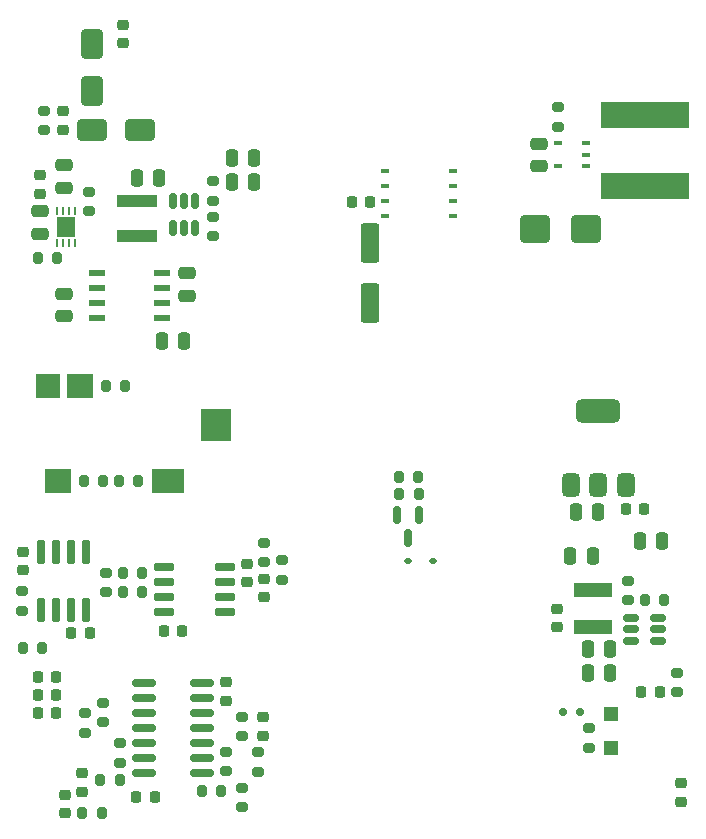
<source format=gbr>
%TF.GenerationSoftware,KiCad,Pcbnew,8.0.5*%
%TF.CreationDate,2025-03-29T03:18:47+03:00*%
%TF.ProjectId,PCB_FINAL_UPDATED,5043425f-4649-44e4-914c-5f5550444154,rev?*%
%TF.SameCoordinates,Original*%
%TF.FileFunction,Paste,Top*%
%TF.FilePolarity,Positive*%
%FSLAX46Y46*%
G04 Gerber Fmt 4.6, Leading zero omitted, Abs format (unit mm)*
G04 Created by KiCad (PCBNEW 8.0.5) date 2025-03-29 03:18:47*
%MOMM*%
%LPD*%
G01*
G04 APERTURE LIST*
G04 Aperture macros list*
%AMRoundRect*
0 Rectangle with rounded corners*
0 $1 Rounding radius*
0 $2 $3 $4 $5 $6 $7 $8 $9 X,Y pos of 4 corners*
0 Add a 4 corners polygon primitive as box body*
4,1,4,$2,$3,$4,$5,$6,$7,$8,$9,$2,$3,0*
0 Add four circle primitives for the rounded corners*
1,1,$1+$1,$2,$3*
1,1,$1+$1,$4,$5*
1,1,$1+$1,$6,$7*
1,1,$1+$1,$8,$9*
0 Add four rect primitives between the rounded corners*
20,1,$1+$1,$2,$3,$4,$5,0*
20,1,$1+$1,$4,$5,$6,$7,0*
20,1,$1+$1,$6,$7,$8,$9,0*
20,1,$1+$1,$8,$9,$2,$3,0*%
G04 Aperture macros list end*
%ADD10RoundRect,0.250000X-0.250000X-0.475000X0.250000X-0.475000X0.250000X0.475000X-0.250000X0.475000X0*%
%ADD11RoundRect,0.200000X0.275000X-0.200000X0.275000X0.200000X-0.275000X0.200000X-0.275000X-0.200000X0*%
%ADD12RoundRect,0.218750X-0.256250X0.218750X-0.256250X-0.218750X0.256250X-0.218750X0.256250X0.218750X0*%
%ADD13RoundRect,0.225000X0.225000X0.250000X-0.225000X0.250000X-0.225000X-0.250000X0.225000X-0.250000X0*%
%ADD14R,7.500000X2.200000*%
%ADD15R,3.300000X1.200000*%
%ADD16RoundRect,0.150000X-0.725000X-0.150000X0.725000X-0.150000X0.725000X0.150000X-0.725000X0.150000X0*%
%ADD17RoundRect,0.200000X0.200000X0.275000X-0.200000X0.275000X-0.200000X-0.275000X0.200000X-0.275000X0*%
%ADD18RoundRect,0.200000X-0.200000X-0.275000X0.200000X-0.275000X0.200000X0.275000X-0.200000X0.275000X0*%
%ADD19RoundRect,0.225000X0.250000X-0.225000X0.250000X0.225000X-0.250000X0.225000X-0.250000X-0.225000X0*%
%ADD20RoundRect,0.250000X0.475000X-0.250000X0.475000X0.250000X-0.475000X0.250000X-0.475000X-0.250000X0*%
%ADD21RoundRect,0.225000X-0.225000X-0.250000X0.225000X-0.250000X0.225000X0.250000X-0.225000X0.250000X0*%
%ADD22RoundRect,0.250000X-0.475000X0.250000X-0.475000X-0.250000X0.475000X-0.250000X0.475000X0.250000X0*%
%ADD23RoundRect,0.250000X0.250000X0.475000X-0.250000X0.475000X-0.250000X-0.475000X0.250000X-0.475000X0*%
%ADD24RoundRect,0.250000X-1.000000X-0.900000X1.000000X-0.900000X1.000000X0.900000X-1.000000X0.900000X0*%
%ADD25R,0.254000X0.711200*%
%ADD26R,1.549400X1.752600*%
%ADD27RoundRect,0.218750X0.256250X-0.218750X0.256250X0.218750X-0.256250X0.218750X-0.256250X-0.218750X0*%
%ADD28RoundRect,0.112500X0.187500X0.112500X-0.187500X0.112500X-0.187500X-0.112500X0.187500X-0.112500X0*%
%ADD29RoundRect,0.200000X-0.275000X0.200000X-0.275000X-0.200000X0.275000X-0.200000X0.275000X0.200000X0*%
%ADD30RoundRect,0.250000X0.650000X-1.000000X0.650000X1.000000X-0.650000X1.000000X-0.650000X-1.000000X0*%
%ADD31RoundRect,0.075000X-0.225000X0.910000X-0.225000X-0.910000X0.225000X-0.910000X0.225000X0.910000X0*%
%ADD32RoundRect,0.150000X-0.150000X-0.200000X0.150000X-0.200000X0.150000X0.200000X-0.150000X0.200000X0*%
%ADD33R,0.749300X0.406400*%
%ADD34RoundRect,0.250000X-0.550000X1.412500X-0.550000X-1.412500X0.550000X-1.412500X0.550000X1.412500X0*%
%ADD35RoundRect,0.110000X-1.590000X0.440000X-1.590000X-0.440000X1.590000X-0.440000X1.590000X0.440000X0*%
%ADD36R,0.711200X0.431800*%
%ADD37RoundRect,0.250000X-1.000000X-0.650000X1.000000X-0.650000X1.000000X0.650000X-1.000000X0.650000X0*%
%ADD38RoundRect,0.150000X-0.150000X0.587500X-0.150000X-0.587500X0.150000X-0.587500X0.150000X0.587500X0*%
%ADD39RoundRect,0.375000X0.375000X-0.625000X0.375000X0.625000X-0.375000X0.625000X-0.375000X-0.625000X0*%
%ADD40RoundRect,0.500000X1.400000X-0.500000X1.400000X0.500000X-1.400000X0.500000X-1.400000X-0.500000X0*%
%ADD41RoundRect,0.150000X0.150000X-0.512500X0.150000X0.512500X-0.150000X0.512500X-0.150000X-0.512500X0*%
%ADD42R,1.460500X0.558800*%
%ADD43RoundRect,0.218750X0.218750X0.256250X-0.218750X0.256250X-0.218750X-0.256250X0.218750X-0.256250X0*%
%ADD44R,2.200000X2.100000*%
%ADD45R,2.700000X2.100000*%
%ADD46R,2.000000X2.100000*%
%ADD47R,2.600000X2.700000*%
%ADD48RoundRect,0.225000X-0.250000X0.225000X-0.250000X-0.225000X0.250000X-0.225000X0.250000X0.225000X0*%
%ADD49RoundRect,0.150000X-0.825000X-0.150000X0.825000X-0.150000X0.825000X0.150000X-0.825000X0.150000X0*%
%ADD50R,1.200000X1.200000*%
%ADD51RoundRect,0.150000X-0.512500X-0.150000X0.512500X-0.150000X0.512500X0.150000X-0.512500X0.150000X0*%
G04 APERTURE END LIST*
D10*
%TO.C,C5*%
X54425000Y-61450000D03*
X56325000Y-61450000D03*
%TD*%
D11*
%TO.C,R28*%
X92141600Y-106677000D03*
X92141600Y-105027000D03*
%TD*%
D12*
%TO.C,F1*%
X45200000Y-50162500D03*
X45200000Y-51737500D03*
%TD*%
D10*
%TO.C,C1*%
X46400000Y-63137500D03*
X48300000Y-63137500D03*
%TD*%
D11*
%TO.C,R20*%
X55250000Y-116425000D03*
X55250000Y-114775000D03*
%TD*%
D12*
%TO.C,D3*%
X40125000Y-57462500D03*
X40125000Y-59037500D03*
%TD*%
D13*
%TO.C,C19*%
X47900000Y-115500000D03*
X46350000Y-115500000D03*
%TD*%
D14*
%TO.C,L3*%
X89441424Y-63769799D03*
X89441424Y-57769799D03*
%TD*%
D15*
%TO.C,L1*%
X84977000Y-101139200D03*
X84977000Y-98039200D03*
%TD*%
D16*
%TO.C,U2*%
X48665000Y-96090000D03*
X48665000Y-97360000D03*
X48665000Y-98630000D03*
X48665000Y-99900000D03*
X53815000Y-99900000D03*
X53815000Y-98630000D03*
X53815000Y-97360000D03*
X53815000Y-96090000D03*
%TD*%
D17*
%TO.C,R32*%
X70243200Y-89916000D03*
X68593200Y-89916000D03*
%TD*%
D11*
%TO.C,R22*%
X55325000Y-110400000D03*
X55325000Y-108750000D03*
%TD*%
D18*
%TO.C,R11*%
X41875000Y-88800000D03*
X43525000Y-88800000D03*
%TD*%
D11*
%TO.C,R25*%
X44925000Y-112625000D03*
X44925000Y-110975000D03*
%TD*%
D19*
%TO.C,C26*%
X81956200Y-101140600D03*
X81956200Y-99590600D03*
%TD*%
D20*
%TO.C,C3*%
X40200000Y-63950000D03*
X40200000Y-62050000D03*
%TD*%
D21*
%TO.C,C9*%
X48665000Y-101470000D03*
X50215000Y-101470000D03*
%TD*%
D22*
%TO.C,C34*%
X80449824Y-60223399D03*
X80449824Y-62123399D03*
%TD*%
D23*
%TO.C,C25*%
X86477000Y-103039200D03*
X84577000Y-103039200D03*
%TD*%
D24*
%TO.C,D16*%
X80114424Y-67430399D03*
X84414424Y-67430399D03*
%TD*%
D10*
%TO.C,C28*%
X88981800Y-93863200D03*
X90881800Y-93863200D03*
%TD*%
D11*
%TO.C,R7*%
X58665000Y-97160000D03*
X58665000Y-95510000D03*
%TD*%
D25*
%TO.C,E1*%
X41150002Y-65950000D03*
X40650001Y-65950000D03*
X40150001Y-65950000D03*
X39650000Y-65950000D03*
X39650000Y-68642400D03*
X40150001Y-68642400D03*
X40650001Y-68642400D03*
X41150002Y-68642400D03*
D26*
X40400001Y-67296200D03*
%TD*%
D27*
%TO.C,F3*%
X92482600Y-115937500D03*
X92482600Y-114362500D03*
%TD*%
D28*
%TO.C,D15*%
X71433400Y-95554800D03*
X69333400Y-95554800D03*
%TD*%
D29*
%TO.C,R3*%
X38525000Y-57425000D03*
X38525000Y-59075000D03*
%TD*%
D19*
%TO.C,C7*%
X55690000Y-97370000D03*
X55690000Y-95820000D03*
%TD*%
%TO.C,C20*%
X40300000Y-116900000D03*
X40300000Y-115350000D03*
%TD*%
D29*
%TO.C,R4*%
X42300001Y-64296200D03*
X42300001Y-65946200D03*
%TD*%
D18*
%TO.C,R29*%
X89386200Y-98892400D03*
X91036200Y-98892400D03*
%TD*%
D11*
%TO.C,R30*%
X87976000Y-98879200D03*
X87976000Y-97229200D03*
%TD*%
D30*
%TO.C,D1*%
X42625000Y-55750000D03*
X42625000Y-51750000D03*
%TD*%
D18*
%TO.C,R31*%
X68567800Y-88442800D03*
X70217800Y-88442800D03*
%TD*%
D31*
%TO.C,U6*%
X42105000Y-94765000D03*
X40835000Y-94765000D03*
X39565000Y-94765000D03*
X38295000Y-94765000D03*
X38295000Y-99705000D03*
X39565000Y-99705000D03*
X40835000Y-99705000D03*
X42105000Y-99705000D03*
%TD*%
D23*
%TO.C,C30*%
X85461400Y-91374000D03*
X83561400Y-91374000D03*
%TD*%
D32*
%TO.C,D9*%
X83907600Y-108301000D03*
X82507600Y-108301000D03*
%TD*%
D21*
%TO.C,C15*%
X38025000Y-108425000D03*
X39575000Y-108425000D03*
%TD*%
D33*
%TO.C,U10*%
X84428374Y-62100000D03*
X84428374Y-61149999D03*
X84428374Y-60199998D03*
X82078874Y-60199998D03*
X82078874Y-62100000D03*
%TD*%
D11*
%TO.C,R1*%
X52875000Y-65062500D03*
X52875000Y-63412500D03*
%TD*%
D34*
%TO.C,C32*%
X66141600Y-68605400D03*
X66141600Y-73680400D03*
%TD*%
D29*
%TO.C,R18*%
X53900000Y-111725000D03*
X53900000Y-113375000D03*
%TD*%
D21*
%TO.C,C29*%
X87759800Y-91170800D03*
X89309800Y-91170800D03*
%TD*%
D23*
%TO.C,C24*%
X86452000Y-105039200D03*
X84552000Y-105039200D03*
%TD*%
D35*
%TO.C,L2*%
X46375000Y-65062500D03*
X46375000Y-68062500D03*
%TD*%
D20*
%TO.C,C10*%
X50600850Y-73085000D03*
X50600850Y-71185000D03*
%TD*%
D11*
%TO.C,R15*%
X36700000Y-99760000D03*
X36700000Y-98110000D03*
%TD*%
D36*
%TO.C,U9*%
X67386200Y-62509400D03*
X67386200Y-63779400D03*
X67386200Y-65049400D03*
X67386200Y-66319400D03*
X73177400Y-66319400D03*
X73177400Y-65049400D03*
X73177400Y-63779400D03*
X73177400Y-62509400D03*
%TD*%
D17*
%TO.C,R14*%
X46840000Y-96555000D03*
X45190000Y-96555000D03*
%TD*%
%TO.C,R5*%
X39650000Y-69925000D03*
X38000000Y-69925000D03*
%TD*%
D13*
%TO.C,C13*%
X39575000Y-106925000D03*
X38025000Y-106925000D03*
%TD*%
D10*
%TO.C,C4*%
X54425000Y-63425000D03*
X56325000Y-63425000D03*
%TD*%
D17*
%TO.C,R10*%
X46525000Y-88800000D03*
X44875000Y-88800000D03*
%TD*%
D37*
%TO.C,D2*%
X42625000Y-59050000D03*
X46625000Y-59050000D03*
%TD*%
D19*
%TO.C,C6*%
X57190000Y-98610000D03*
X57190000Y-97060000D03*
%TD*%
D11*
%TO.C,R13*%
X43765000Y-98205000D03*
X43765000Y-96555000D03*
%TD*%
D13*
%TO.C,C31*%
X66141600Y-65125600D03*
X64591600Y-65125600D03*
%TD*%
D38*
%TO.C,Q2*%
X70292000Y-91698600D03*
X68392000Y-91698600D03*
X69342000Y-93573600D03*
%TD*%
D39*
%TO.C,U8*%
X83172800Y-89113400D03*
X85472800Y-89113400D03*
D40*
X85472800Y-82813400D03*
D39*
X87772800Y-89113400D03*
%TD*%
D13*
%TO.C,C14*%
X39575000Y-105400000D03*
X38025000Y-105400000D03*
%TD*%
D41*
%TO.C,U1*%
X49425000Y-67350000D03*
X50375000Y-67350000D03*
X51325000Y-67350000D03*
X51325000Y-65075000D03*
X50375000Y-65075000D03*
X49425000Y-65075000D03*
%TD*%
D18*
%TO.C,R24*%
X43275000Y-114075000D03*
X44925000Y-114075000D03*
%TD*%
D11*
%TO.C,R27*%
X84657600Y-111351000D03*
X84657600Y-109701000D03*
%TD*%
D42*
%TO.C,U3*%
X43025850Y-71195000D03*
X43025850Y-72465000D03*
X43025850Y-73735000D03*
X43025850Y-75005000D03*
X48474150Y-75005000D03*
X48474150Y-73735000D03*
X48474150Y-72465000D03*
X48474150Y-71195000D03*
%TD*%
D21*
%TO.C,C21*%
X40850000Y-101685000D03*
X42400000Y-101685000D03*
%TD*%
D43*
%TO.C,D10*%
X90643100Y-106664800D03*
X89068100Y-106664800D03*
%TD*%
D11*
%TO.C,R2*%
X52875000Y-68062500D03*
X52875000Y-66412500D03*
%TD*%
D44*
%TO.C,J3*%
X39703500Y-88818500D03*
X41603500Y-80718500D03*
D45*
X49003500Y-88818500D03*
D46*
X38903500Y-80718500D03*
D47*
X53103500Y-84018500D03*
%TD*%
D19*
%TO.C,C17*%
X53975000Y-107375000D03*
X53975000Y-105825000D03*
%TD*%
D48*
%TO.C,C22*%
X36725000Y-94760000D03*
X36725000Y-96310000D03*
%TD*%
D17*
%TO.C,R19*%
X53550000Y-115025000D03*
X51900000Y-115025000D03*
%TD*%
D18*
%TO.C,R12*%
X45190000Y-98205000D03*
X46840000Y-98205000D03*
%TD*%
D23*
%TO.C,C27*%
X84989000Y-95107800D03*
X83089000Y-95107800D03*
%TD*%
D12*
%TO.C,D4*%
X38175001Y-62883700D03*
X38175001Y-64458700D03*
%TD*%
D11*
%TO.C,R8*%
X57190000Y-95660000D03*
X57190000Y-94010000D03*
%TD*%
D48*
%TO.C,C18*%
X41775000Y-113525000D03*
X41775000Y-115075000D03*
%TD*%
D49*
%TO.C,U5*%
X46950000Y-105890000D03*
X46950000Y-107160000D03*
X46950000Y-108430000D03*
X46950000Y-109700000D03*
X46950000Y-110970000D03*
X46950000Y-112240000D03*
X46950000Y-113510000D03*
X51900000Y-113510000D03*
X51900000Y-112240000D03*
X51900000Y-110970000D03*
X51900000Y-109700000D03*
X51900000Y-108430000D03*
X51900000Y-107160000D03*
X51900000Y-105890000D03*
%TD*%
D19*
%TO.C,C16*%
X57100000Y-110350000D03*
X57100000Y-108800000D03*
%TD*%
D22*
%TO.C,C2*%
X38175001Y-65946200D03*
X38175001Y-67846200D03*
%TD*%
D11*
%TO.C,R23*%
X43500000Y-109225000D03*
X43500000Y-107575000D03*
%TD*%
D18*
%TO.C,R16*%
X36715000Y-102900000D03*
X38365000Y-102900000D03*
%TD*%
D22*
%TO.C,C8*%
X40200000Y-72950000D03*
X40200000Y-74850000D03*
%TD*%
D11*
%TO.C,R17*%
X56650000Y-113400000D03*
X56650000Y-111750000D03*
%TD*%
D18*
%TO.C,R26*%
X41775000Y-116925000D03*
X43425000Y-116925000D03*
%TD*%
%TO.C,R9*%
X43775000Y-80725000D03*
X45425000Y-80725000D03*
%TD*%
D11*
%TO.C,R21*%
X42025000Y-110100000D03*
X42025000Y-108450000D03*
%TD*%
D50*
%TO.C,D8*%
X86507600Y-108551000D03*
X86507600Y-111351000D03*
%TD*%
D29*
%TO.C,R33*%
X82050024Y-57122599D03*
X82050024Y-58772599D03*
%TD*%
D23*
%TO.C,C35*%
X50375850Y-76960000D03*
X48475850Y-76960000D03*
%TD*%
D51*
%TO.C,U7*%
X88227000Y-100389200D03*
X88227000Y-101339200D03*
X88227000Y-102289200D03*
X90502000Y-102289200D03*
X90502000Y-101339200D03*
X90502000Y-100389200D03*
%TD*%
M02*

</source>
